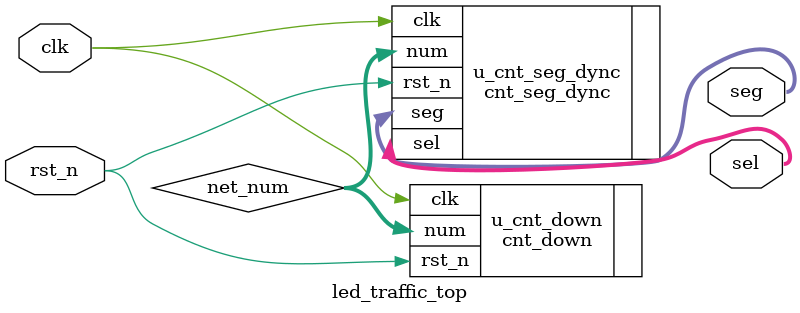
<source format=v>
module led_traffic_top (
    input wire clk,
    input wire rst_n,

    // output wire [23:0] num
    output wire [5:0] sel,
    output wire [7:0] seg 
);
    // wire
    wire [23:0] net_num;
    //
    cnt_down#(
        .time_max  ( 8'h60 ),
        .div_coeff ( 32'd50_000_000 )
        // .div_coeff ( 24'd3_000_000 )
        // .div_coeff ( 24'd24 )
    )u_cnt_down(
        .clk      ( clk      ),
        .rst_n    ( rst_n    ),
        .num      ( net_num      )
    );

    cnt_seg_dync#(
        .stay_time ( 16'd50_000 )
        // .stay_time ( 16'd4 )
    )u_cnt_seg_dync(
        .clk   ( clk   ),
        .rst_n ( rst_n ),
        .num   ( net_num   ),
        .sel   ( sel   ),
        .seg   ( seg   )
    );


endmodule
</source>
